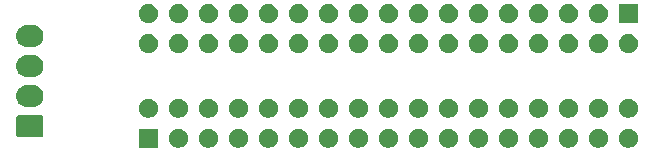
<source format=gbr>
G04 #@! TF.GenerationSoftware,KiCad,Pcbnew,(5.1.5-0-10_14)*
G04 #@! TF.CreationDate,2020-03-21T12:38:00+11:00*
G04 #@! TF.ProjectId,Internal FDD Adapter,496e7465-726e-4616-9c20-464444204164,rev?*
G04 #@! TF.SameCoordinates,Original*
G04 #@! TF.FileFunction,Soldermask,Top*
G04 #@! TF.FilePolarity,Negative*
%FSLAX46Y46*%
G04 Gerber Fmt 4.6, Leading zero omitted, Abs format (unit mm)*
G04 Created by KiCad (PCBNEW (5.1.5-0-10_14)) date 2020-03-21 12:38:00*
%MOMM*%
%LPD*%
G04 APERTURE LIST*
%ADD10C,0.100000*%
G04 APERTURE END LIST*
D10*
G36*
X93074142Y-45700242D02*
G01*
X93222101Y-45761529D01*
X93355255Y-45850499D01*
X93468501Y-45963745D01*
X93557471Y-46096899D01*
X93618758Y-46244858D01*
X93650000Y-46401925D01*
X93650000Y-46562075D01*
X93618758Y-46719142D01*
X93557471Y-46867101D01*
X93468501Y-47000255D01*
X93355255Y-47113501D01*
X93222101Y-47202471D01*
X93074142Y-47263758D01*
X92917075Y-47295000D01*
X92756925Y-47295000D01*
X92599858Y-47263758D01*
X92451899Y-47202471D01*
X92318745Y-47113501D01*
X92205499Y-47000255D01*
X92116529Y-46867101D01*
X92055242Y-46719142D01*
X92024000Y-46562075D01*
X92024000Y-46401925D01*
X92055242Y-46244858D01*
X92116529Y-46096899D01*
X92205499Y-45963745D01*
X92318745Y-45850499D01*
X92451899Y-45761529D01*
X92599858Y-45700242D01*
X92756925Y-45669000D01*
X92917075Y-45669000D01*
X93074142Y-45700242D01*
G37*
G36*
X90534142Y-45700242D02*
G01*
X90682101Y-45761529D01*
X90815255Y-45850499D01*
X90928501Y-45963745D01*
X91017471Y-46096899D01*
X91078758Y-46244858D01*
X91110000Y-46401925D01*
X91110000Y-46562075D01*
X91078758Y-46719142D01*
X91017471Y-46867101D01*
X90928501Y-47000255D01*
X90815255Y-47113501D01*
X90682101Y-47202471D01*
X90534142Y-47263758D01*
X90377075Y-47295000D01*
X90216925Y-47295000D01*
X90059858Y-47263758D01*
X89911899Y-47202471D01*
X89778745Y-47113501D01*
X89665499Y-47000255D01*
X89576529Y-46867101D01*
X89515242Y-46719142D01*
X89484000Y-46562075D01*
X89484000Y-46401925D01*
X89515242Y-46244858D01*
X89576529Y-46096899D01*
X89665499Y-45963745D01*
X89778745Y-45850499D01*
X89911899Y-45761529D01*
X90059858Y-45700242D01*
X90216925Y-45669000D01*
X90377075Y-45669000D01*
X90534142Y-45700242D01*
G37*
G36*
X87994142Y-45700242D02*
G01*
X88142101Y-45761529D01*
X88275255Y-45850499D01*
X88388501Y-45963745D01*
X88477471Y-46096899D01*
X88538758Y-46244858D01*
X88570000Y-46401925D01*
X88570000Y-46562075D01*
X88538758Y-46719142D01*
X88477471Y-46867101D01*
X88388501Y-47000255D01*
X88275255Y-47113501D01*
X88142101Y-47202471D01*
X87994142Y-47263758D01*
X87837075Y-47295000D01*
X87676925Y-47295000D01*
X87519858Y-47263758D01*
X87371899Y-47202471D01*
X87238745Y-47113501D01*
X87125499Y-47000255D01*
X87036529Y-46867101D01*
X86975242Y-46719142D01*
X86944000Y-46562075D01*
X86944000Y-46401925D01*
X86975242Y-46244858D01*
X87036529Y-46096899D01*
X87125499Y-45963745D01*
X87238745Y-45850499D01*
X87371899Y-45761529D01*
X87519858Y-45700242D01*
X87676925Y-45669000D01*
X87837075Y-45669000D01*
X87994142Y-45700242D01*
G37*
G36*
X85454142Y-45700242D02*
G01*
X85602101Y-45761529D01*
X85735255Y-45850499D01*
X85848501Y-45963745D01*
X85937471Y-46096899D01*
X85998758Y-46244858D01*
X86030000Y-46401925D01*
X86030000Y-46562075D01*
X85998758Y-46719142D01*
X85937471Y-46867101D01*
X85848501Y-47000255D01*
X85735255Y-47113501D01*
X85602101Y-47202471D01*
X85454142Y-47263758D01*
X85297075Y-47295000D01*
X85136925Y-47295000D01*
X84979858Y-47263758D01*
X84831899Y-47202471D01*
X84698745Y-47113501D01*
X84585499Y-47000255D01*
X84496529Y-46867101D01*
X84435242Y-46719142D01*
X84404000Y-46562075D01*
X84404000Y-46401925D01*
X84435242Y-46244858D01*
X84496529Y-46096899D01*
X84585499Y-45963745D01*
X84698745Y-45850499D01*
X84831899Y-45761529D01*
X84979858Y-45700242D01*
X85136925Y-45669000D01*
X85297075Y-45669000D01*
X85454142Y-45700242D01*
G37*
G36*
X82914142Y-45700242D02*
G01*
X83062101Y-45761529D01*
X83195255Y-45850499D01*
X83308501Y-45963745D01*
X83397471Y-46096899D01*
X83458758Y-46244858D01*
X83490000Y-46401925D01*
X83490000Y-46562075D01*
X83458758Y-46719142D01*
X83397471Y-46867101D01*
X83308501Y-47000255D01*
X83195255Y-47113501D01*
X83062101Y-47202471D01*
X82914142Y-47263758D01*
X82757075Y-47295000D01*
X82596925Y-47295000D01*
X82439858Y-47263758D01*
X82291899Y-47202471D01*
X82158745Y-47113501D01*
X82045499Y-47000255D01*
X81956529Y-46867101D01*
X81895242Y-46719142D01*
X81864000Y-46562075D01*
X81864000Y-46401925D01*
X81895242Y-46244858D01*
X81956529Y-46096899D01*
X82045499Y-45963745D01*
X82158745Y-45850499D01*
X82291899Y-45761529D01*
X82439858Y-45700242D01*
X82596925Y-45669000D01*
X82757075Y-45669000D01*
X82914142Y-45700242D01*
G37*
G36*
X80374142Y-45700242D02*
G01*
X80522101Y-45761529D01*
X80655255Y-45850499D01*
X80768501Y-45963745D01*
X80857471Y-46096899D01*
X80918758Y-46244858D01*
X80950000Y-46401925D01*
X80950000Y-46562075D01*
X80918758Y-46719142D01*
X80857471Y-46867101D01*
X80768501Y-47000255D01*
X80655255Y-47113501D01*
X80522101Y-47202471D01*
X80374142Y-47263758D01*
X80217075Y-47295000D01*
X80056925Y-47295000D01*
X79899858Y-47263758D01*
X79751899Y-47202471D01*
X79618745Y-47113501D01*
X79505499Y-47000255D01*
X79416529Y-46867101D01*
X79355242Y-46719142D01*
X79324000Y-46562075D01*
X79324000Y-46401925D01*
X79355242Y-46244858D01*
X79416529Y-46096899D01*
X79505499Y-45963745D01*
X79618745Y-45850499D01*
X79751899Y-45761529D01*
X79899858Y-45700242D01*
X80056925Y-45669000D01*
X80217075Y-45669000D01*
X80374142Y-45700242D01*
G37*
G36*
X77834142Y-45700242D02*
G01*
X77982101Y-45761529D01*
X78115255Y-45850499D01*
X78228501Y-45963745D01*
X78317471Y-46096899D01*
X78378758Y-46244858D01*
X78410000Y-46401925D01*
X78410000Y-46562075D01*
X78378758Y-46719142D01*
X78317471Y-46867101D01*
X78228501Y-47000255D01*
X78115255Y-47113501D01*
X77982101Y-47202471D01*
X77834142Y-47263758D01*
X77677075Y-47295000D01*
X77516925Y-47295000D01*
X77359858Y-47263758D01*
X77211899Y-47202471D01*
X77078745Y-47113501D01*
X76965499Y-47000255D01*
X76876529Y-46867101D01*
X76815242Y-46719142D01*
X76784000Y-46562075D01*
X76784000Y-46401925D01*
X76815242Y-46244858D01*
X76876529Y-46096899D01*
X76965499Y-45963745D01*
X77078745Y-45850499D01*
X77211899Y-45761529D01*
X77359858Y-45700242D01*
X77516925Y-45669000D01*
X77677075Y-45669000D01*
X77834142Y-45700242D01*
G37*
G36*
X75294142Y-45700242D02*
G01*
X75442101Y-45761529D01*
X75575255Y-45850499D01*
X75688501Y-45963745D01*
X75777471Y-46096899D01*
X75838758Y-46244858D01*
X75870000Y-46401925D01*
X75870000Y-46562075D01*
X75838758Y-46719142D01*
X75777471Y-46867101D01*
X75688501Y-47000255D01*
X75575255Y-47113501D01*
X75442101Y-47202471D01*
X75294142Y-47263758D01*
X75137075Y-47295000D01*
X74976925Y-47295000D01*
X74819858Y-47263758D01*
X74671899Y-47202471D01*
X74538745Y-47113501D01*
X74425499Y-47000255D01*
X74336529Y-46867101D01*
X74275242Y-46719142D01*
X74244000Y-46562075D01*
X74244000Y-46401925D01*
X74275242Y-46244858D01*
X74336529Y-46096899D01*
X74425499Y-45963745D01*
X74538745Y-45850499D01*
X74671899Y-45761529D01*
X74819858Y-45700242D01*
X74976925Y-45669000D01*
X75137075Y-45669000D01*
X75294142Y-45700242D01*
G37*
G36*
X72754142Y-45700242D02*
G01*
X72902101Y-45761529D01*
X73035255Y-45850499D01*
X73148501Y-45963745D01*
X73237471Y-46096899D01*
X73298758Y-46244858D01*
X73330000Y-46401925D01*
X73330000Y-46562075D01*
X73298758Y-46719142D01*
X73237471Y-46867101D01*
X73148501Y-47000255D01*
X73035255Y-47113501D01*
X72902101Y-47202471D01*
X72754142Y-47263758D01*
X72597075Y-47295000D01*
X72436925Y-47295000D01*
X72279858Y-47263758D01*
X72131899Y-47202471D01*
X71998745Y-47113501D01*
X71885499Y-47000255D01*
X71796529Y-46867101D01*
X71735242Y-46719142D01*
X71704000Y-46562075D01*
X71704000Y-46401925D01*
X71735242Y-46244858D01*
X71796529Y-46096899D01*
X71885499Y-45963745D01*
X71998745Y-45850499D01*
X72131899Y-45761529D01*
X72279858Y-45700242D01*
X72436925Y-45669000D01*
X72597075Y-45669000D01*
X72754142Y-45700242D01*
G37*
G36*
X70214142Y-45700242D02*
G01*
X70362101Y-45761529D01*
X70495255Y-45850499D01*
X70608501Y-45963745D01*
X70697471Y-46096899D01*
X70758758Y-46244858D01*
X70790000Y-46401925D01*
X70790000Y-46562075D01*
X70758758Y-46719142D01*
X70697471Y-46867101D01*
X70608501Y-47000255D01*
X70495255Y-47113501D01*
X70362101Y-47202471D01*
X70214142Y-47263758D01*
X70057075Y-47295000D01*
X69896925Y-47295000D01*
X69739858Y-47263758D01*
X69591899Y-47202471D01*
X69458745Y-47113501D01*
X69345499Y-47000255D01*
X69256529Y-46867101D01*
X69195242Y-46719142D01*
X69164000Y-46562075D01*
X69164000Y-46401925D01*
X69195242Y-46244858D01*
X69256529Y-46096899D01*
X69345499Y-45963745D01*
X69458745Y-45850499D01*
X69591899Y-45761529D01*
X69739858Y-45700242D01*
X69896925Y-45669000D01*
X70057075Y-45669000D01*
X70214142Y-45700242D01*
G37*
G36*
X67674142Y-45700242D02*
G01*
X67822101Y-45761529D01*
X67955255Y-45850499D01*
X68068501Y-45963745D01*
X68157471Y-46096899D01*
X68218758Y-46244858D01*
X68250000Y-46401925D01*
X68250000Y-46562075D01*
X68218758Y-46719142D01*
X68157471Y-46867101D01*
X68068501Y-47000255D01*
X67955255Y-47113501D01*
X67822101Y-47202471D01*
X67674142Y-47263758D01*
X67517075Y-47295000D01*
X67356925Y-47295000D01*
X67199858Y-47263758D01*
X67051899Y-47202471D01*
X66918745Y-47113501D01*
X66805499Y-47000255D01*
X66716529Y-46867101D01*
X66655242Y-46719142D01*
X66624000Y-46562075D01*
X66624000Y-46401925D01*
X66655242Y-46244858D01*
X66716529Y-46096899D01*
X66805499Y-45963745D01*
X66918745Y-45850499D01*
X67051899Y-45761529D01*
X67199858Y-45700242D01*
X67356925Y-45669000D01*
X67517075Y-45669000D01*
X67674142Y-45700242D01*
G37*
G36*
X65134142Y-45700242D02*
G01*
X65282101Y-45761529D01*
X65415255Y-45850499D01*
X65528501Y-45963745D01*
X65617471Y-46096899D01*
X65678758Y-46244858D01*
X65710000Y-46401925D01*
X65710000Y-46562075D01*
X65678758Y-46719142D01*
X65617471Y-46867101D01*
X65528501Y-47000255D01*
X65415255Y-47113501D01*
X65282101Y-47202471D01*
X65134142Y-47263758D01*
X64977075Y-47295000D01*
X64816925Y-47295000D01*
X64659858Y-47263758D01*
X64511899Y-47202471D01*
X64378745Y-47113501D01*
X64265499Y-47000255D01*
X64176529Y-46867101D01*
X64115242Y-46719142D01*
X64084000Y-46562075D01*
X64084000Y-46401925D01*
X64115242Y-46244858D01*
X64176529Y-46096899D01*
X64265499Y-45963745D01*
X64378745Y-45850499D01*
X64511899Y-45761529D01*
X64659858Y-45700242D01*
X64816925Y-45669000D01*
X64977075Y-45669000D01*
X65134142Y-45700242D01*
G37*
G36*
X62594142Y-45700242D02*
G01*
X62742101Y-45761529D01*
X62875255Y-45850499D01*
X62988501Y-45963745D01*
X63077471Y-46096899D01*
X63138758Y-46244858D01*
X63170000Y-46401925D01*
X63170000Y-46562075D01*
X63138758Y-46719142D01*
X63077471Y-46867101D01*
X62988501Y-47000255D01*
X62875255Y-47113501D01*
X62742101Y-47202471D01*
X62594142Y-47263758D01*
X62437075Y-47295000D01*
X62276925Y-47295000D01*
X62119858Y-47263758D01*
X61971899Y-47202471D01*
X61838745Y-47113501D01*
X61725499Y-47000255D01*
X61636529Y-46867101D01*
X61575242Y-46719142D01*
X61544000Y-46562075D01*
X61544000Y-46401925D01*
X61575242Y-46244858D01*
X61636529Y-46096899D01*
X61725499Y-45963745D01*
X61838745Y-45850499D01*
X61971899Y-45761529D01*
X62119858Y-45700242D01*
X62276925Y-45669000D01*
X62437075Y-45669000D01*
X62594142Y-45700242D01*
G37*
G36*
X60054142Y-45700242D02*
G01*
X60202101Y-45761529D01*
X60335255Y-45850499D01*
X60448501Y-45963745D01*
X60537471Y-46096899D01*
X60598758Y-46244858D01*
X60630000Y-46401925D01*
X60630000Y-46562075D01*
X60598758Y-46719142D01*
X60537471Y-46867101D01*
X60448501Y-47000255D01*
X60335255Y-47113501D01*
X60202101Y-47202471D01*
X60054142Y-47263758D01*
X59897075Y-47295000D01*
X59736925Y-47295000D01*
X59579858Y-47263758D01*
X59431899Y-47202471D01*
X59298745Y-47113501D01*
X59185499Y-47000255D01*
X59096529Y-46867101D01*
X59035242Y-46719142D01*
X59004000Y-46562075D01*
X59004000Y-46401925D01*
X59035242Y-46244858D01*
X59096529Y-46096899D01*
X59185499Y-45963745D01*
X59298745Y-45850499D01*
X59431899Y-45761529D01*
X59579858Y-45700242D01*
X59736925Y-45669000D01*
X59897075Y-45669000D01*
X60054142Y-45700242D01*
G37*
G36*
X57514142Y-45700242D02*
G01*
X57662101Y-45761529D01*
X57795255Y-45850499D01*
X57908501Y-45963745D01*
X57997471Y-46096899D01*
X58058758Y-46244858D01*
X58090000Y-46401925D01*
X58090000Y-46562075D01*
X58058758Y-46719142D01*
X57997471Y-46867101D01*
X57908501Y-47000255D01*
X57795255Y-47113501D01*
X57662101Y-47202471D01*
X57514142Y-47263758D01*
X57357075Y-47295000D01*
X57196925Y-47295000D01*
X57039858Y-47263758D01*
X56891899Y-47202471D01*
X56758745Y-47113501D01*
X56645499Y-47000255D01*
X56556529Y-46867101D01*
X56495242Y-46719142D01*
X56464000Y-46562075D01*
X56464000Y-46401925D01*
X56495242Y-46244858D01*
X56556529Y-46096899D01*
X56645499Y-45963745D01*
X56758745Y-45850499D01*
X56891899Y-45761529D01*
X57039858Y-45700242D01*
X57196925Y-45669000D01*
X57357075Y-45669000D01*
X57514142Y-45700242D01*
G37*
G36*
X54974142Y-45700242D02*
G01*
X55122101Y-45761529D01*
X55255255Y-45850499D01*
X55368501Y-45963745D01*
X55457471Y-46096899D01*
X55518758Y-46244858D01*
X55550000Y-46401925D01*
X55550000Y-46562075D01*
X55518758Y-46719142D01*
X55457471Y-46867101D01*
X55368501Y-47000255D01*
X55255255Y-47113501D01*
X55122101Y-47202471D01*
X54974142Y-47263758D01*
X54817075Y-47295000D01*
X54656925Y-47295000D01*
X54499858Y-47263758D01*
X54351899Y-47202471D01*
X54218745Y-47113501D01*
X54105499Y-47000255D01*
X54016529Y-46867101D01*
X53955242Y-46719142D01*
X53924000Y-46562075D01*
X53924000Y-46401925D01*
X53955242Y-46244858D01*
X54016529Y-46096899D01*
X54105499Y-45963745D01*
X54218745Y-45850499D01*
X54351899Y-45761529D01*
X54499858Y-45700242D01*
X54656925Y-45669000D01*
X54817075Y-45669000D01*
X54974142Y-45700242D01*
G37*
G36*
X53010000Y-47295000D02*
G01*
X51384000Y-47295000D01*
X51384000Y-45669000D01*
X53010000Y-45669000D01*
X53010000Y-47295000D01*
G37*
G36*
X43173561Y-44548966D02*
G01*
X43206383Y-44558923D01*
X43236632Y-44575092D01*
X43263148Y-44596852D01*
X43284908Y-44623368D01*
X43301077Y-44653617D01*
X43311034Y-44686439D01*
X43315000Y-44726713D01*
X43315000Y-46205287D01*
X43311034Y-46245561D01*
X43301077Y-46278383D01*
X43284908Y-46308632D01*
X43263148Y-46335148D01*
X43236632Y-46356908D01*
X43206383Y-46373077D01*
X43173561Y-46383034D01*
X43133287Y-46387000D01*
X41194713Y-46387000D01*
X41154439Y-46383034D01*
X41121617Y-46373077D01*
X41091368Y-46356908D01*
X41064852Y-46335148D01*
X41043092Y-46308632D01*
X41026923Y-46278383D01*
X41016966Y-46245561D01*
X41013000Y-46205287D01*
X41013000Y-44726713D01*
X41016966Y-44686439D01*
X41026923Y-44653617D01*
X41043092Y-44623368D01*
X41064852Y-44596852D01*
X41091368Y-44575092D01*
X41121617Y-44558923D01*
X41154439Y-44548966D01*
X41194713Y-44545000D01*
X43133287Y-44545000D01*
X43173561Y-44548966D01*
G37*
G36*
X62594142Y-43160242D02*
G01*
X62742101Y-43221529D01*
X62875255Y-43310499D01*
X62988501Y-43423745D01*
X63077471Y-43556899D01*
X63138758Y-43704858D01*
X63170000Y-43861925D01*
X63170000Y-44022075D01*
X63138758Y-44179142D01*
X63077471Y-44327101D01*
X62988501Y-44460255D01*
X62875255Y-44573501D01*
X62742101Y-44662471D01*
X62594142Y-44723758D01*
X62437075Y-44755000D01*
X62276925Y-44755000D01*
X62119858Y-44723758D01*
X61971899Y-44662471D01*
X61838745Y-44573501D01*
X61725499Y-44460255D01*
X61636529Y-44327101D01*
X61575242Y-44179142D01*
X61544000Y-44022075D01*
X61544000Y-43861925D01*
X61575242Y-43704858D01*
X61636529Y-43556899D01*
X61725499Y-43423745D01*
X61838745Y-43310499D01*
X61971899Y-43221529D01*
X62119858Y-43160242D01*
X62276925Y-43129000D01*
X62437075Y-43129000D01*
X62594142Y-43160242D01*
G37*
G36*
X70214142Y-43160242D02*
G01*
X70362101Y-43221529D01*
X70495255Y-43310499D01*
X70608501Y-43423745D01*
X70697471Y-43556899D01*
X70758758Y-43704858D01*
X70790000Y-43861925D01*
X70790000Y-44022075D01*
X70758758Y-44179142D01*
X70697471Y-44327101D01*
X70608501Y-44460255D01*
X70495255Y-44573501D01*
X70362101Y-44662471D01*
X70214142Y-44723758D01*
X70057075Y-44755000D01*
X69896925Y-44755000D01*
X69739858Y-44723758D01*
X69591899Y-44662471D01*
X69458745Y-44573501D01*
X69345499Y-44460255D01*
X69256529Y-44327101D01*
X69195242Y-44179142D01*
X69164000Y-44022075D01*
X69164000Y-43861925D01*
X69195242Y-43704858D01*
X69256529Y-43556899D01*
X69345499Y-43423745D01*
X69458745Y-43310499D01*
X69591899Y-43221529D01*
X69739858Y-43160242D01*
X69896925Y-43129000D01*
X70057075Y-43129000D01*
X70214142Y-43160242D01*
G37*
G36*
X52434142Y-43160242D02*
G01*
X52582101Y-43221529D01*
X52715255Y-43310499D01*
X52828501Y-43423745D01*
X52917471Y-43556899D01*
X52978758Y-43704858D01*
X53010000Y-43861925D01*
X53010000Y-44022075D01*
X52978758Y-44179142D01*
X52917471Y-44327101D01*
X52828501Y-44460255D01*
X52715255Y-44573501D01*
X52582101Y-44662471D01*
X52434142Y-44723758D01*
X52277075Y-44755000D01*
X52116925Y-44755000D01*
X51959858Y-44723758D01*
X51811899Y-44662471D01*
X51678745Y-44573501D01*
X51565499Y-44460255D01*
X51476529Y-44327101D01*
X51415242Y-44179142D01*
X51384000Y-44022075D01*
X51384000Y-43861925D01*
X51415242Y-43704858D01*
X51476529Y-43556899D01*
X51565499Y-43423745D01*
X51678745Y-43310499D01*
X51811899Y-43221529D01*
X51959858Y-43160242D01*
X52116925Y-43129000D01*
X52277075Y-43129000D01*
X52434142Y-43160242D01*
G37*
G36*
X72754142Y-43160242D02*
G01*
X72902101Y-43221529D01*
X73035255Y-43310499D01*
X73148501Y-43423745D01*
X73237471Y-43556899D01*
X73298758Y-43704858D01*
X73330000Y-43861925D01*
X73330000Y-44022075D01*
X73298758Y-44179142D01*
X73237471Y-44327101D01*
X73148501Y-44460255D01*
X73035255Y-44573501D01*
X72902101Y-44662471D01*
X72754142Y-44723758D01*
X72597075Y-44755000D01*
X72436925Y-44755000D01*
X72279858Y-44723758D01*
X72131899Y-44662471D01*
X71998745Y-44573501D01*
X71885499Y-44460255D01*
X71796529Y-44327101D01*
X71735242Y-44179142D01*
X71704000Y-44022075D01*
X71704000Y-43861925D01*
X71735242Y-43704858D01*
X71796529Y-43556899D01*
X71885499Y-43423745D01*
X71998745Y-43310499D01*
X72131899Y-43221529D01*
X72279858Y-43160242D01*
X72436925Y-43129000D01*
X72597075Y-43129000D01*
X72754142Y-43160242D01*
G37*
G36*
X54974142Y-43160242D02*
G01*
X55122101Y-43221529D01*
X55255255Y-43310499D01*
X55368501Y-43423745D01*
X55457471Y-43556899D01*
X55518758Y-43704858D01*
X55550000Y-43861925D01*
X55550000Y-44022075D01*
X55518758Y-44179142D01*
X55457471Y-44327101D01*
X55368501Y-44460255D01*
X55255255Y-44573501D01*
X55122101Y-44662471D01*
X54974142Y-44723758D01*
X54817075Y-44755000D01*
X54656925Y-44755000D01*
X54499858Y-44723758D01*
X54351899Y-44662471D01*
X54218745Y-44573501D01*
X54105499Y-44460255D01*
X54016529Y-44327101D01*
X53955242Y-44179142D01*
X53924000Y-44022075D01*
X53924000Y-43861925D01*
X53955242Y-43704858D01*
X54016529Y-43556899D01*
X54105499Y-43423745D01*
X54218745Y-43310499D01*
X54351899Y-43221529D01*
X54499858Y-43160242D01*
X54656925Y-43129000D01*
X54817075Y-43129000D01*
X54974142Y-43160242D01*
G37*
G36*
X93074142Y-43160242D02*
G01*
X93222101Y-43221529D01*
X93355255Y-43310499D01*
X93468501Y-43423745D01*
X93557471Y-43556899D01*
X93618758Y-43704858D01*
X93650000Y-43861925D01*
X93650000Y-44022075D01*
X93618758Y-44179142D01*
X93557471Y-44327101D01*
X93468501Y-44460255D01*
X93355255Y-44573501D01*
X93222101Y-44662471D01*
X93074142Y-44723758D01*
X92917075Y-44755000D01*
X92756925Y-44755000D01*
X92599858Y-44723758D01*
X92451899Y-44662471D01*
X92318745Y-44573501D01*
X92205499Y-44460255D01*
X92116529Y-44327101D01*
X92055242Y-44179142D01*
X92024000Y-44022075D01*
X92024000Y-43861925D01*
X92055242Y-43704858D01*
X92116529Y-43556899D01*
X92205499Y-43423745D01*
X92318745Y-43310499D01*
X92451899Y-43221529D01*
X92599858Y-43160242D01*
X92756925Y-43129000D01*
X92917075Y-43129000D01*
X93074142Y-43160242D01*
G37*
G36*
X57514142Y-43160242D02*
G01*
X57662101Y-43221529D01*
X57795255Y-43310499D01*
X57908501Y-43423745D01*
X57997471Y-43556899D01*
X58058758Y-43704858D01*
X58090000Y-43861925D01*
X58090000Y-44022075D01*
X58058758Y-44179142D01*
X57997471Y-44327101D01*
X57908501Y-44460255D01*
X57795255Y-44573501D01*
X57662101Y-44662471D01*
X57514142Y-44723758D01*
X57357075Y-44755000D01*
X57196925Y-44755000D01*
X57039858Y-44723758D01*
X56891899Y-44662471D01*
X56758745Y-44573501D01*
X56645499Y-44460255D01*
X56556529Y-44327101D01*
X56495242Y-44179142D01*
X56464000Y-44022075D01*
X56464000Y-43861925D01*
X56495242Y-43704858D01*
X56556529Y-43556899D01*
X56645499Y-43423745D01*
X56758745Y-43310499D01*
X56891899Y-43221529D01*
X57039858Y-43160242D01*
X57196925Y-43129000D01*
X57357075Y-43129000D01*
X57514142Y-43160242D01*
G37*
G36*
X90534142Y-43160242D02*
G01*
X90682101Y-43221529D01*
X90815255Y-43310499D01*
X90928501Y-43423745D01*
X91017471Y-43556899D01*
X91078758Y-43704858D01*
X91110000Y-43861925D01*
X91110000Y-44022075D01*
X91078758Y-44179142D01*
X91017471Y-44327101D01*
X90928501Y-44460255D01*
X90815255Y-44573501D01*
X90682101Y-44662471D01*
X90534142Y-44723758D01*
X90377075Y-44755000D01*
X90216925Y-44755000D01*
X90059858Y-44723758D01*
X89911899Y-44662471D01*
X89778745Y-44573501D01*
X89665499Y-44460255D01*
X89576529Y-44327101D01*
X89515242Y-44179142D01*
X89484000Y-44022075D01*
X89484000Y-43861925D01*
X89515242Y-43704858D01*
X89576529Y-43556899D01*
X89665499Y-43423745D01*
X89778745Y-43310499D01*
X89911899Y-43221529D01*
X90059858Y-43160242D01*
X90216925Y-43129000D01*
X90377075Y-43129000D01*
X90534142Y-43160242D01*
G37*
G36*
X60054142Y-43160242D02*
G01*
X60202101Y-43221529D01*
X60335255Y-43310499D01*
X60448501Y-43423745D01*
X60537471Y-43556899D01*
X60598758Y-43704858D01*
X60630000Y-43861925D01*
X60630000Y-44022075D01*
X60598758Y-44179142D01*
X60537471Y-44327101D01*
X60448501Y-44460255D01*
X60335255Y-44573501D01*
X60202101Y-44662471D01*
X60054142Y-44723758D01*
X59897075Y-44755000D01*
X59736925Y-44755000D01*
X59579858Y-44723758D01*
X59431899Y-44662471D01*
X59298745Y-44573501D01*
X59185499Y-44460255D01*
X59096529Y-44327101D01*
X59035242Y-44179142D01*
X59004000Y-44022075D01*
X59004000Y-43861925D01*
X59035242Y-43704858D01*
X59096529Y-43556899D01*
X59185499Y-43423745D01*
X59298745Y-43310499D01*
X59431899Y-43221529D01*
X59579858Y-43160242D01*
X59736925Y-43129000D01*
X59897075Y-43129000D01*
X60054142Y-43160242D01*
G37*
G36*
X87994142Y-43160242D02*
G01*
X88142101Y-43221529D01*
X88275255Y-43310499D01*
X88388501Y-43423745D01*
X88477471Y-43556899D01*
X88538758Y-43704858D01*
X88570000Y-43861925D01*
X88570000Y-44022075D01*
X88538758Y-44179142D01*
X88477471Y-44327101D01*
X88388501Y-44460255D01*
X88275255Y-44573501D01*
X88142101Y-44662471D01*
X87994142Y-44723758D01*
X87837075Y-44755000D01*
X87676925Y-44755000D01*
X87519858Y-44723758D01*
X87371899Y-44662471D01*
X87238745Y-44573501D01*
X87125499Y-44460255D01*
X87036529Y-44327101D01*
X86975242Y-44179142D01*
X86944000Y-44022075D01*
X86944000Y-43861925D01*
X86975242Y-43704858D01*
X87036529Y-43556899D01*
X87125499Y-43423745D01*
X87238745Y-43310499D01*
X87371899Y-43221529D01*
X87519858Y-43160242D01*
X87676925Y-43129000D01*
X87837075Y-43129000D01*
X87994142Y-43160242D01*
G37*
G36*
X65134142Y-43160242D02*
G01*
X65282101Y-43221529D01*
X65415255Y-43310499D01*
X65528501Y-43423745D01*
X65617471Y-43556899D01*
X65678758Y-43704858D01*
X65710000Y-43861925D01*
X65710000Y-44022075D01*
X65678758Y-44179142D01*
X65617471Y-44327101D01*
X65528501Y-44460255D01*
X65415255Y-44573501D01*
X65282101Y-44662471D01*
X65134142Y-44723758D01*
X64977075Y-44755000D01*
X64816925Y-44755000D01*
X64659858Y-44723758D01*
X64511899Y-44662471D01*
X64378745Y-44573501D01*
X64265499Y-44460255D01*
X64176529Y-44327101D01*
X64115242Y-44179142D01*
X64084000Y-44022075D01*
X64084000Y-43861925D01*
X64115242Y-43704858D01*
X64176529Y-43556899D01*
X64265499Y-43423745D01*
X64378745Y-43310499D01*
X64511899Y-43221529D01*
X64659858Y-43160242D01*
X64816925Y-43129000D01*
X64977075Y-43129000D01*
X65134142Y-43160242D01*
G37*
G36*
X85454142Y-43160242D02*
G01*
X85602101Y-43221529D01*
X85735255Y-43310499D01*
X85848501Y-43423745D01*
X85937471Y-43556899D01*
X85998758Y-43704858D01*
X86030000Y-43861925D01*
X86030000Y-44022075D01*
X85998758Y-44179142D01*
X85937471Y-44327101D01*
X85848501Y-44460255D01*
X85735255Y-44573501D01*
X85602101Y-44662471D01*
X85454142Y-44723758D01*
X85297075Y-44755000D01*
X85136925Y-44755000D01*
X84979858Y-44723758D01*
X84831899Y-44662471D01*
X84698745Y-44573501D01*
X84585499Y-44460255D01*
X84496529Y-44327101D01*
X84435242Y-44179142D01*
X84404000Y-44022075D01*
X84404000Y-43861925D01*
X84435242Y-43704858D01*
X84496529Y-43556899D01*
X84585499Y-43423745D01*
X84698745Y-43310499D01*
X84831899Y-43221529D01*
X84979858Y-43160242D01*
X85136925Y-43129000D01*
X85297075Y-43129000D01*
X85454142Y-43160242D01*
G37*
G36*
X67674142Y-43160242D02*
G01*
X67822101Y-43221529D01*
X67955255Y-43310499D01*
X68068501Y-43423745D01*
X68157471Y-43556899D01*
X68218758Y-43704858D01*
X68250000Y-43861925D01*
X68250000Y-44022075D01*
X68218758Y-44179142D01*
X68157471Y-44327101D01*
X68068501Y-44460255D01*
X67955255Y-44573501D01*
X67822101Y-44662471D01*
X67674142Y-44723758D01*
X67517075Y-44755000D01*
X67356925Y-44755000D01*
X67199858Y-44723758D01*
X67051899Y-44662471D01*
X66918745Y-44573501D01*
X66805499Y-44460255D01*
X66716529Y-44327101D01*
X66655242Y-44179142D01*
X66624000Y-44022075D01*
X66624000Y-43861925D01*
X66655242Y-43704858D01*
X66716529Y-43556899D01*
X66805499Y-43423745D01*
X66918745Y-43310499D01*
X67051899Y-43221529D01*
X67199858Y-43160242D01*
X67356925Y-43129000D01*
X67517075Y-43129000D01*
X67674142Y-43160242D01*
G37*
G36*
X82914142Y-43160242D02*
G01*
X83062101Y-43221529D01*
X83195255Y-43310499D01*
X83308501Y-43423745D01*
X83397471Y-43556899D01*
X83458758Y-43704858D01*
X83490000Y-43861925D01*
X83490000Y-44022075D01*
X83458758Y-44179142D01*
X83397471Y-44327101D01*
X83308501Y-44460255D01*
X83195255Y-44573501D01*
X83062101Y-44662471D01*
X82914142Y-44723758D01*
X82757075Y-44755000D01*
X82596925Y-44755000D01*
X82439858Y-44723758D01*
X82291899Y-44662471D01*
X82158745Y-44573501D01*
X82045499Y-44460255D01*
X81956529Y-44327101D01*
X81895242Y-44179142D01*
X81864000Y-44022075D01*
X81864000Y-43861925D01*
X81895242Y-43704858D01*
X81956529Y-43556899D01*
X82045499Y-43423745D01*
X82158745Y-43310499D01*
X82291899Y-43221529D01*
X82439858Y-43160242D01*
X82596925Y-43129000D01*
X82757075Y-43129000D01*
X82914142Y-43160242D01*
G37*
G36*
X80374142Y-43160242D02*
G01*
X80522101Y-43221529D01*
X80655255Y-43310499D01*
X80768501Y-43423745D01*
X80857471Y-43556899D01*
X80918758Y-43704858D01*
X80950000Y-43861925D01*
X80950000Y-44022075D01*
X80918758Y-44179142D01*
X80857471Y-44327101D01*
X80768501Y-44460255D01*
X80655255Y-44573501D01*
X80522101Y-44662471D01*
X80374142Y-44723758D01*
X80217075Y-44755000D01*
X80056925Y-44755000D01*
X79899858Y-44723758D01*
X79751899Y-44662471D01*
X79618745Y-44573501D01*
X79505499Y-44460255D01*
X79416529Y-44327101D01*
X79355242Y-44179142D01*
X79324000Y-44022075D01*
X79324000Y-43861925D01*
X79355242Y-43704858D01*
X79416529Y-43556899D01*
X79505499Y-43423745D01*
X79618745Y-43310499D01*
X79751899Y-43221529D01*
X79899858Y-43160242D01*
X80056925Y-43129000D01*
X80217075Y-43129000D01*
X80374142Y-43160242D01*
G37*
G36*
X77834142Y-43160242D02*
G01*
X77982101Y-43221529D01*
X78115255Y-43310499D01*
X78228501Y-43423745D01*
X78317471Y-43556899D01*
X78378758Y-43704858D01*
X78410000Y-43861925D01*
X78410000Y-44022075D01*
X78378758Y-44179142D01*
X78317471Y-44327101D01*
X78228501Y-44460255D01*
X78115255Y-44573501D01*
X77982101Y-44662471D01*
X77834142Y-44723758D01*
X77677075Y-44755000D01*
X77516925Y-44755000D01*
X77359858Y-44723758D01*
X77211899Y-44662471D01*
X77078745Y-44573501D01*
X76965499Y-44460255D01*
X76876529Y-44327101D01*
X76815242Y-44179142D01*
X76784000Y-44022075D01*
X76784000Y-43861925D01*
X76815242Y-43704858D01*
X76876529Y-43556899D01*
X76965499Y-43423745D01*
X77078745Y-43310499D01*
X77211899Y-43221529D01*
X77359858Y-43160242D01*
X77516925Y-43129000D01*
X77677075Y-43129000D01*
X77834142Y-43160242D01*
G37*
G36*
X75294142Y-43160242D02*
G01*
X75442101Y-43221529D01*
X75575255Y-43310499D01*
X75688501Y-43423745D01*
X75777471Y-43556899D01*
X75838758Y-43704858D01*
X75870000Y-43861925D01*
X75870000Y-44022075D01*
X75838758Y-44179142D01*
X75777471Y-44327101D01*
X75688501Y-44460255D01*
X75575255Y-44573501D01*
X75442101Y-44662471D01*
X75294142Y-44723758D01*
X75137075Y-44755000D01*
X74976925Y-44755000D01*
X74819858Y-44723758D01*
X74671899Y-44662471D01*
X74538745Y-44573501D01*
X74425499Y-44460255D01*
X74336529Y-44327101D01*
X74275242Y-44179142D01*
X74244000Y-44022075D01*
X74244000Y-43861925D01*
X74275242Y-43704858D01*
X74336529Y-43556899D01*
X74425499Y-43423745D01*
X74538745Y-43310499D01*
X74671899Y-43221529D01*
X74819858Y-43160242D01*
X74976925Y-43129000D01*
X75137075Y-43129000D01*
X75294142Y-43160242D01*
G37*
G36*
X42484345Y-42009442D02*
G01*
X42574548Y-42018326D01*
X42748157Y-42070990D01*
X42908156Y-42156511D01*
X42951729Y-42192271D01*
X43048397Y-42271603D01*
X43127729Y-42368271D01*
X43163489Y-42411844D01*
X43249010Y-42571843D01*
X43301674Y-42745452D01*
X43319456Y-42926000D01*
X43301674Y-43106548D01*
X43249010Y-43280157D01*
X43163489Y-43440156D01*
X43127729Y-43483729D01*
X43048397Y-43580397D01*
X42951729Y-43659729D01*
X42908156Y-43695489D01*
X42748157Y-43781010D01*
X42574548Y-43833674D01*
X42484345Y-43842558D01*
X42439245Y-43847000D01*
X41888755Y-43847000D01*
X41843655Y-43842558D01*
X41753452Y-43833674D01*
X41579843Y-43781010D01*
X41419844Y-43695489D01*
X41376271Y-43659729D01*
X41279603Y-43580397D01*
X41200271Y-43483729D01*
X41164511Y-43440156D01*
X41078990Y-43280157D01*
X41026326Y-43106548D01*
X41008544Y-42926000D01*
X41026326Y-42745452D01*
X41078990Y-42571843D01*
X41164511Y-42411844D01*
X41200271Y-42368271D01*
X41279603Y-42271603D01*
X41376271Y-42192271D01*
X41419844Y-42156511D01*
X41579843Y-42070990D01*
X41753452Y-42018326D01*
X41843655Y-42009442D01*
X41888755Y-42005000D01*
X42439245Y-42005000D01*
X42484345Y-42009442D01*
G37*
G36*
X42484345Y-39469442D02*
G01*
X42574548Y-39478326D01*
X42748157Y-39530990D01*
X42908156Y-39616511D01*
X42951729Y-39652271D01*
X43048397Y-39731603D01*
X43127729Y-39828271D01*
X43163489Y-39871844D01*
X43249010Y-40031843D01*
X43301674Y-40205452D01*
X43319456Y-40386000D01*
X43301674Y-40566548D01*
X43249010Y-40740157D01*
X43163489Y-40900156D01*
X43127729Y-40943729D01*
X43048397Y-41040397D01*
X42951729Y-41119729D01*
X42908156Y-41155489D01*
X42748157Y-41241010D01*
X42574548Y-41293674D01*
X42484345Y-41302558D01*
X42439245Y-41307000D01*
X41888755Y-41307000D01*
X41843655Y-41302558D01*
X41753452Y-41293674D01*
X41579843Y-41241010D01*
X41419844Y-41155489D01*
X41376271Y-41119729D01*
X41279603Y-41040397D01*
X41200271Y-40943729D01*
X41164511Y-40900156D01*
X41078990Y-40740157D01*
X41026326Y-40566548D01*
X41008544Y-40386000D01*
X41026326Y-40205452D01*
X41078990Y-40031843D01*
X41164511Y-39871844D01*
X41200271Y-39828271D01*
X41279603Y-39731603D01*
X41376271Y-39652271D01*
X41419844Y-39616511D01*
X41579843Y-39530990D01*
X41753452Y-39478326D01*
X41843655Y-39469442D01*
X41888755Y-39465000D01*
X42439245Y-39465000D01*
X42484345Y-39469442D01*
G37*
G36*
X54974142Y-37699242D02*
G01*
X55122101Y-37760529D01*
X55255255Y-37849499D01*
X55368501Y-37962745D01*
X55457471Y-38095899D01*
X55518758Y-38243858D01*
X55550000Y-38400925D01*
X55550000Y-38561075D01*
X55518758Y-38718142D01*
X55457471Y-38866101D01*
X55368501Y-38999255D01*
X55255255Y-39112501D01*
X55122101Y-39201471D01*
X54974142Y-39262758D01*
X54817075Y-39294000D01*
X54656925Y-39294000D01*
X54499858Y-39262758D01*
X54351899Y-39201471D01*
X54218745Y-39112501D01*
X54105499Y-38999255D01*
X54016529Y-38866101D01*
X53955242Y-38718142D01*
X53924000Y-38561075D01*
X53924000Y-38400925D01*
X53955242Y-38243858D01*
X54016529Y-38095899D01*
X54105499Y-37962745D01*
X54218745Y-37849499D01*
X54351899Y-37760529D01*
X54499858Y-37699242D01*
X54656925Y-37668000D01*
X54817075Y-37668000D01*
X54974142Y-37699242D01*
G37*
G36*
X93074142Y-37699242D02*
G01*
X93222101Y-37760529D01*
X93355255Y-37849499D01*
X93468501Y-37962745D01*
X93557471Y-38095899D01*
X93618758Y-38243858D01*
X93650000Y-38400925D01*
X93650000Y-38561075D01*
X93618758Y-38718142D01*
X93557471Y-38866101D01*
X93468501Y-38999255D01*
X93355255Y-39112501D01*
X93222101Y-39201471D01*
X93074142Y-39262758D01*
X92917075Y-39294000D01*
X92756925Y-39294000D01*
X92599858Y-39262758D01*
X92451899Y-39201471D01*
X92318745Y-39112501D01*
X92205499Y-38999255D01*
X92116529Y-38866101D01*
X92055242Y-38718142D01*
X92024000Y-38561075D01*
X92024000Y-38400925D01*
X92055242Y-38243858D01*
X92116529Y-38095899D01*
X92205499Y-37962745D01*
X92318745Y-37849499D01*
X92451899Y-37760529D01*
X92599858Y-37699242D01*
X92756925Y-37668000D01*
X92917075Y-37668000D01*
X93074142Y-37699242D01*
G37*
G36*
X57514142Y-37699242D02*
G01*
X57662101Y-37760529D01*
X57795255Y-37849499D01*
X57908501Y-37962745D01*
X57997471Y-38095899D01*
X58058758Y-38243858D01*
X58090000Y-38400925D01*
X58090000Y-38561075D01*
X58058758Y-38718142D01*
X57997471Y-38866101D01*
X57908501Y-38999255D01*
X57795255Y-39112501D01*
X57662101Y-39201471D01*
X57514142Y-39262758D01*
X57357075Y-39294000D01*
X57196925Y-39294000D01*
X57039858Y-39262758D01*
X56891899Y-39201471D01*
X56758745Y-39112501D01*
X56645499Y-38999255D01*
X56556529Y-38866101D01*
X56495242Y-38718142D01*
X56464000Y-38561075D01*
X56464000Y-38400925D01*
X56495242Y-38243858D01*
X56556529Y-38095899D01*
X56645499Y-37962745D01*
X56758745Y-37849499D01*
X56891899Y-37760529D01*
X57039858Y-37699242D01*
X57196925Y-37668000D01*
X57357075Y-37668000D01*
X57514142Y-37699242D01*
G37*
G36*
X90534142Y-37699242D02*
G01*
X90682101Y-37760529D01*
X90815255Y-37849499D01*
X90928501Y-37962745D01*
X91017471Y-38095899D01*
X91078758Y-38243858D01*
X91110000Y-38400925D01*
X91110000Y-38561075D01*
X91078758Y-38718142D01*
X91017471Y-38866101D01*
X90928501Y-38999255D01*
X90815255Y-39112501D01*
X90682101Y-39201471D01*
X90534142Y-39262758D01*
X90377075Y-39294000D01*
X90216925Y-39294000D01*
X90059858Y-39262758D01*
X89911899Y-39201471D01*
X89778745Y-39112501D01*
X89665499Y-38999255D01*
X89576529Y-38866101D01*
X89515242Y-38718142D01*
X89484000Y-38561075D01*
X89484000Y-38400925D01*
X89515242Y-38243858D01*
X89576529Y-38095899D01*
X89665499Y-37962745D01*
X89778745Y-37849499D01*
X89911899Y-37760529D01*
X90059858Y-37699242D01*
X90216925Y-37668000D01*
X90377075Y-37668000D01*
X90534142Y-37699242D01*
G37*
G36*
X60054142Y-37699242D02*
G01*
X60202101Y-37760529D01*
X60335255Y-37849499D01*
X60448501Y-37962745D01*
X60537471Y-38095899D01*
X60598758Y-38243858D01*
X60630000Y-38400925D01*
X60630000Y-38561075D01*
X60598758Y-38718142D01*
X60537471Y-38866101D01*
X60448501Y-38999255D01*
X60335255Y-39112501D01*
X60202101Y-39201471D01*
X60054142Y-39262758D01*
X59897075Y-39294000D01*
X59736925Y-39294000D01*
X59579858Y-39262758D01*
X59431899Y-39201471D01*
X59298745Y-39112501D01*
X59185499Y-38999255D01*
X59096529Y-38866101D01*
X59035242Y-38718142D01*
X59004000Y-38561075D01*
X59004000Y-38400925D01*
X59035242Y-38243858D01*
X59096529Y-38095899D01*
X59185499Y-37962745D01*
X59298745Y-37849499D01*
X59431899Y-37760529D01*
X59579858Y-37699242D01*
X59736925Y-37668000D01*
X59897075Y-37668000D01*
X60054142Y-37699242D01*
G37*
G36*
X52434142Y-37699242D02*
G01*
X52582101Y-37760529D01*
X52715255Y-37849499D01*
X52828501Y-37962745D01*
X52917471Y-38095899D01*
X52978758Y-38243858D01*
X53010000Y-38400925D01*
X53010000Y-38561075D01*
X52978758Y-38718142D01*
X52917471Y-38866101D01*
X52828501Y-38999255D01*
X52715255Y-39112501D01*
X52582101Y-39201471D01*
X52434142Y-39262758D01*
X52277075Y-39294000D01*
X52116925Y-39294000D01*
X51959858Y-39262758D01*
X51811899Y-39201471D01*
X51678745Y-39112501D01*
X51565499Y-38999255D01*
X51476529Y-38866101D01*
X51415242Y-38718142D01*
X51384000Y-38561075D01*
X51384000Y-38400925D01*
X51415242Y-38243858D01*
X51476529Y-38095899D01*
X51565499Y-37962745D01*
X51678745Y-37849499D01*
X51811899Y-37760529D01*
X51959858Y-37699242D01*
X52116925Y-37668000D01*
X52277075Y-37668000D01*
X52434142Y-37699242D01*
G37*
G36*
X65134142Y-37699242D02*
G01*
X65282101Y-37760529D01*
X65415255Y-37849499D01*
X65528501Y-37962745D01*
X65617471Y-38095899D01*
X65678758Y-38243858D01*
X65710000Y-38400925D01*
X65710000Y-38561075D01*
X65678758Y-38718142D01*
X65617471Y-38866101D01*
X65528501Y-38999255D01*
X65415255Y-39112501D01*
X65282101Y-39201471D01*
X65134142Y-39262758D01*
X64977075Y-39294000D01*
X64816925Y-39294000D01*
X64659858Y-39262758D01*
X64511899Y-39201471D01*
X64378745Y-39112501D01*
X64265499Y-38999255D01*
X64176529Y-38866101D01*
X64115242Y-38718142D01*
X64084000Y-38561075D01*
X64084000Y-38400925D01*
X64115242Y-38243858D01*
X64176529Y-38095899D01*
X64265499Y-37962745D01*
X64378745Y-37849499D01*
X64511899Y-37760529D01*
X64659858Y-37699242D01*
X64816925Y-37668000D01*
X64977075Y-37668000D01*
X65134142Y-37699242D01*
G37*
G36*
X87994142Y-37699242D02*
G01*
X88142101Y-37760529D01*
X88275255Y-37849499D01*
X88388501Y-37962745D01*
X88477471Y-38095899D01*
X88538758Y-38243858D01*
X88570000Y-38400925D01*
X88570000Y-38561075D01*
X88538758Y-38718142D01*
X88477471Y-38866101D01*
X88388501Y-38999255D01*
X88275255Y-39112501D01*
X88142101Y-39201471D01*
X87994142Y-39262758D01*
X87837075Y-39294000D01*
X87676925Y-39294000D01*
X87519858Y-39262758D01*
X87371899Y-39201471D01*
X87238745Y-39112501D01*
X87125499Y-38999255D01*
X87036529Y-38866101D01*
X86975242Y-38718142D01*
X86944000Y-38561075D01*
X86944000Y-38400925D01*
X86975242Y-38243858D01*
X87036529Y-38095899D01*
X87125499Y-37962745D01*
X87238745Y-37849499D01*
X87371899Y-37760529D01*
X87519858Y-37699242D01*
X87676925Y-37668000D01*
X87837075Y-37668000D01*
X87994142Y-37699242D01*
G37*
G36*
X67674142Y-37699242D02*
G01*
X67822101Y-37760529D01*
X67955255Y-37849499D01*
X68068501Y-37962745D01*
X68157471Y-38095899D01*
X68218758Y-38243858D01*
X68250000Y-38400925D01*
X68250000Y-38561075D01*
X68218758Y-38718142D01*
X68157471Y-38866101D01*
X68068501Y-38999255D01*
X67955255Y-39112501D01*
X67822101Y-39201471D01*
X67674142Y-39262758D01*
X67517075Y-39294000D01*
X67356925Y-39294000D01*
X67199858Y-39262758D01*
X67051899Y-39201471D01*
X66918745Y-39112501D01*
X66805499Y-38999255D01*
X66716529Y-38866101D01*
X66655242Y-38718142D01*
X66624000Y-38561075D01*
X66624000Y-38400925D01*
X66655242Y-38243858D01*
X66716529Y-38095899D01*
X66805499Y-37962745D01*
X66918745Y-37849499D01*
X67051899Y-37760529D01*
X67199858Y-37699242D01*
X67356925Y-37668000D01*
X67517075Y-37668000D01*
X67674142Y-37699242D01*
G37*
G36*
X85454142Y-37699242D02*
G01*
X85602101Y-37760529D01*
X85735255Y-37849499D01*
X85848501Y-37962745D01*
X85937471Y-38095899D01*
X85998758Y-38243858D01*
X86030000Y-38400925D01*
X86030000Y-38561075D01*
X85998758Y-38718142D01*
X85937471Y-38866101D01*
X85848501Y-38999255D01*
X85735255Y-39112501D01*
X85602101Y-39201471D01*
X85454142Y-39262758D01*
X85297075Y-39294000D01*
X85136925Y-39294000D01*
X84979858Y-39262758D01*
X84831899Y-39201471D01*
X84698745Y-39112501D01*
X84585499Y-38999255D01*
X84496529Y-38866101D01*
X84435242Y-38718142D01*
X84404000Y-38561075D01*
X84404000Y-38400925D01*
X84435242Y-38243858D01*
X84496529Y-38095899D01*
X84585499Y-37962745D01*
X84698745Y-37849499D01*
X84831899Y-37760529D01*
X84979858Y-37699242D01*
X85136925Y-37668000D01*
X85297075Y-37668000D01*
X85454142Y-37699242D01*
G37*
G36*
X82914142Y-37699242D02*
G01*
X83062101Y-37760529D01*
X83195255Y-37849499D01*
X83308501Y-37962745D01*
X83397471Y-38095899D01*
X83458758Y-38243858D01*
X83490000Y-38400925D01*
X83490000Y-38561075D01*
X83458758Y-38718142D01*
X83397471Y-38866101D01*
X83308501Y-38999255D01*
X83195255Y-39112501D01*
X83062101Y-39201471D01*
X82914142Y-39262758D01*
X82757075Y-39294000D01*
X82596925Y-39294000D01*
X82439858Y-39262758D01*
X82291899Y-39201471D01*
X82158745Y-39112501D01*
X82045499Y-38999255D01*
X81956529Y-38866101D01*
X81895242Y-38718142D01*
X81864000Y-38561075D01*
X81864000Y-38400925D01*
X81895242Y-38243858D01*
X81956529Y-38095899D01*
X82045499Y-37962745D01*
X82158745Y-37849499D01*
X82291899Y-37760529D01*
X82439858Y-37699242D01*
X82596925Y-37668000D01*
X82757075Y-37668000D01*
X82914142Y-37699242D01*
G37*
G36*
X80374142Y-37699242D02*
G01*
X80522101Y-37760529D01*
X80655255Y-37849499D01*
X80768501Y-37962745D01*
X80857471Y-38095899D01*
X80918758Y-38243858D01*
X80950000Y-38400925D01*
X80950000Y-38561075D01*
X80918758Y-38718142D01*
X80857471Y-38866101D01*
X80768501Y-38999255D01*
X80655255Y-39112501D01*
X80522101Y-39201471D01*
X80374142Y-39262758D01*
X80217075Y-39294000D01*
X80056925Y-39294000D01*
X79899858Y-39262758D01*
X79751899Y-39201471D01*
X79618745Y-39112501D01*
X79505499Y-38999255D01*
X79416529Y-38866101D01*
X79355242Y-38718142D01*
X79324000Y-38561075D01*
X79324000Y-38400925D01*
X79355242Y-38243858D01*
X79416529Y-38095899D01*
X79505499Y-37962745D01*
X79618745Y-37849499D01*
X79751899Y-37760529D01*
X79899858Y-37699242D01*
X80056925Y-37668000D01*
X80217075Y-37668000D01*
X80374142Y-37699242D01*
G37*
G36*
X77834142Y-37699242D02*
G01*
X77982101Y-37760529D01*
X78115255Y-37849499D01*
X78228501Y-37962745D01*
X78317471Y-38095899D01*
X78378758Y-38243858D01*
X78410000Y-38400925D01*
X78410000Y-38561075D01*
X78378758Y-38718142D01*
X78317471Y-38866101D01*
X78228501Y-38999255D01*
X78115255Y-39112501D01*
X77982101Y-39201471D01*
X77834142Y-39262758D01*
X77677075Y-39294000D01*
X77516925Y-39294000D01*
X77359858Y-39262758D01*
X77211899Y-39201471D01*
X77078745Y-39112501D01*
X76965499Y-38999255D01*
X76876529Y-38866101D01*
X76815242Y-38718142D01*
X76784000Y-38561075D01*
X76784000Y-38400925D01*
X76815242Y-38243858D01*
X76876529Y-38095899D01*
X76965499Y-37962745D01*
X77078745Y-37849499D01*
X77211899Y-37760529D01*
X77359858Y-37699242D01*
X77516925Y-37668000D01*
X77677075Y-37668000D01*
X77834142Y-37699242D01*
G37*
G36*
X75294142Y-37699242D02*
G01*
X75442101Y-37760529D01*
X75575255Y-37849499D01*
X75688501Y-37962745D01*
X75777471Y-38095899D01*
X75838758Y-38243858D01*
X75870000Y-38400925D01*
X75870000Y-38561075D01*
X75838758Y-38718142D01*
X75777471Y-38866101D01*
X75688501Y-38999255D01*
X75575255Y-39112501D01*
X75442101Y-39201471D01*
X75294142Y-39262758D01*
X75137075Y-39294000D01*
X74976925Y-39294000D01*
X74819858Y-39262758D01*
X74671899Y-39201471D01*
X74538745Y-39112501D01*
X74425499Y-38999255D01*
X74336529Y-38866101D01*
X74275242Y-38718142D01*
X74244000Y-38561075D01*
X74244000Y-38400925D01*
X74275242Y-38243858D01*
X74336529Y-38095899D01*
X74425499Y-37962745D01*
X74538745Y-37849499D01*
X74671899Y-37760529D01*
X74819858Y-37699242D01*
X74976925Y-37668000D01*
X75137075Y-37668000D01*
X75294142Y-37699242D01*
G37*
G36*
X72754142Y-37699242D02*
G01*
X72902101Y-37760529D01*
X73035255Y-37849499D01*
X73148501Y-37962745D01*
X73237471Y-38095899D01*
X73298758Y-38243858D01*
X73330000Y-38400925D01*
X73330000Y-38561075D01*
X73298758Y-38718142D01*
X73237471Y-38866101D01*
X73148501Y-38999255D01*
X73035255Y-39112501D01*
X72902101Y-39201471D01*
X72754142Y-39262758D01*
X72597075Y-39294000D01*
X72436925Y-39294000D01*
X72279858Y-39262758D01*
X72131899Y-39201471D01*
X71998745Y-39112501D01*
X71885499Y-38999255D01*
X71796529Y-38866101D01*
X71735242Y-38718142D01*
X71704000Y-38561075D01*
X71704000Y-38400925D01*
X71735242Y-38243858D01*
X71796529Y-38095899D01*
X71885499Y-37962745D01*
X71998745Y-37849499D01*
X72131899Y-37760529D01*
X72279858Y-37699242D01*
X72436925Y-37668000D01*
X72597075Y-37668000D01*
X72754142Y-37699242D01*
G37*
G36*
X70214142Y-37699242D02*
G01*
X70362101Y-37760529D01*
X70495255Y-37849499D01*
X70608501Y-37962745D01*
X70697471Y-38095899D01*
X70758758Y-38243858D01*
X70790000Y-38400925D01*
X70790000Y-38561075D01*
X70758758Y-38718142D01*
X70697471Y-38866101D01*
X70608501Y-38999255D01*
X70495255Y-39112501D01*
X70362101Y-39201471D01*
X70214142Y-39262758D01*
X70057075Y-39294000D01*
X69896925Y-39294000D01*
X69739858Y-39262758D01*
X69591899Y-39201471D01*
X69458745Y-39112501D01*
X69345499Y-38999255D01*
X69256529Y-38866101D01*
X69195242Y-38718142D01*
X69164000Y-38561075D01*
X69164000Y-38400925D01*
X69195242Y-38243858D01*
X69256529Y-38095899D01*
X69345499Y-37962745D01*
X69458745Y-37849499D01*
X69591899Y-37760529D01*
X69739858Y-37699242D01*
X69896925Y-37668000D01*
X70057075Y-37668000D01*
X70214142Y-37699242D01*
G37*
G36*
X62594142Y-37699242D02*
G01*
X62742101Y-37760529D01*
X62875255Y-37849499D01*
X62988501Y-37962745D01*
X63077471Y-38095899D01*
X63138758Y-38243858D01*
X63170000Y-38400925D01*
X63170000Y-38561075D01*
X63138758Y-38718142D01*
X63077471Y-38866101D01*
X62988501Y-38999255D01*
X62875255Y-39112501D01*
X62742101Y-39201471D01*
X62594142Y-39262758D01*
X62437075Y-39294000D01*
X62276925Y-39294000D01*
X62119858Y-39262758D01*
X61971899Y-39201471D01*
X61838745Y-39112501D01*
X61725499Y-38999255D01*
X61636529Y-38866101D01*
X61575242Y-38718142D01*
X61544000Y-38561075D01*
X61544000Y-38400925D01*
X61575242Y-38243858D01*
X61636529Y-38095899D01*
X61725499Y-37962745D01*
X61838745Y-37849499D01*
X61971899Y-37760529D01*
X62119858Y-37699242D01*
X62276925Y-37668000D01*
X62437075Y-37668000D01*
X62594142Y-37699242D01*
G37*
G36*
X42484345Y-36929442D02*
G01*
X42574548Y-36938326D01*
X42748157Y-36990990D01*
X42908156Y-37076511D01*
X42951729Y-37112271D01*
X43048397Y-37191603D01*
X43127729Y-37288271D01*
X43163489Y-37331844D01*
X43249010Y-37491843D01*
X43301674Y-37665452D01*
X43319456Y-37846000D01*
X43301674Y-38026548D01*
X43249010Y-38200157D01*
X43163489Y-38360156D01*
X43130030Y-38400925D01*
X43048397Y-38500397D01*
X42951729Y-38579729D01*
X42908156Y-38615489D01*
X42748157Y-38701010D01*
X42574548Y-38753674D01*
X42484345Y-38762558D01*
X42439245Y-38767000D01*
X41888755Y-38767000D01*
X41843655Y-38762558D01*
X41753452Y-38753674D01*
X41579843Y-38701010D01*
X41419844Y-38615489D01*
X41376271Y-38579729D01*
X41279603Y-38500397D01*
X41197970Y-38400925D01*
X41164511Y-38360156D01*
X41078990Y-38200157D01*
X41026326Y-38026548D01*
X41008544Y-37846000D01*
X41026326Y-37665452D01*
X41078990Y-37491843D01*
X41164511Y-37331844D01*
X41200271Y-37288271D01*
X41279603Y-37191603D01*
X41376271Y-37112271D01*
X41419844Y-37076511D01*
X41579843Y-36990990D01*
X41753452Y-36938326D01*
X41843655Y-36929442D01*
X41888755Y-36925000D01*
X42439245Y-36925000D01*
X42484345Y-36929442D01*
G37*
G36*
X60054142Y-35159242D02*
G01*
X60202101Y-35220529D01*
X60335255Y-35309499D01*
X60448501Y-35422745D01*
X60537471Y-35555899D01*
X60598758Y-35703858D01*
X60630000Y-35860925D01*
X60630000Y-36021075D01*
X60598758Y-36178142D01*
X60537471Y-36326101D01*
X60448501Y-36459255D01*
X60335255Y-36572501D01*
X60202101Y-36661471D01*
X60054142Y-36722758D01*
X59897075Y-36754000D01*
X59736925Y-36754000D01*
X59579858Y-36722758D01*
X59431899Y-36661471D01*
X59298745Y-36572501D01*
X59185499Y-36459255D01*
X59096529Y-36326101D01*
X59035242Y-36178142D01*
X59004000Y-36021075D01*
X59004000Y-35860925D01*
X59035242Y-35703858D01*
X59096529Y-35555899D01*
X59185499Y-35422745D01*
X59298745Y-35309499D01*
X59431899Y-35220529D01*
X59579858Y-35159242D01*
X59736925Y-35128000D01*
X59897075Y-35128000D01*
X60054142Y-35159242D01*
G37*
G36*
X62594142Y-35159242D02*
G01*
X62742101Y-35220529D01*
X62875255Y-35309499D01*
X62988501Y-35422745D01*
X63077471Y-35555899D01*
X63138758Y-35703858D01*
X63170000Y-35860925D01*
X63170000Y-36021075D01*
X63138758Y-36178142D01*
X63077471Y-36326101D01*
X62988501Y-36459255D01*
X62875255Y-36572501D01*
X62742101Y-36661471D01*
X62594142Y-36722758D01*
X62437075Y-36754000D01*
X62276925Y-36754000D01*
X62119858Y-36722758D01*
X61971899Y-36661471D01*
X61838745Y-36572501D01*
X61725499Y-36459255D01*
X61636529Y-36326101D01*
X61575242Y-36178142D01*
X61544000Y-36021075D01*
X61544000Y-35860925D01*
X61575242Y-35703858D01*
X61636529Y-35555899D01*
X61725499Y-35422745D01*
X61838745Y-35309499D01*
X61971899Y-35220529D01*
X62119858Y-35159242D01*
X62276925Y-35128000D01*
X62437075Y-35128000D01*
X62594142Y-35159242D01*
G37*
G36*
X65134142Y-35159242D02*
G01*
X65282101Y-35220529D01*
X65415255Y-35309499D01*
X65528501Y-35422745D01*
X65617471Y-35555899D01*
X65678758Y-35703858D01*
X65710000Y-35860925D01*
X65710000Y-36021075D01*
X65678758Y-36178142D01*
X65617471Y-36326101D01*
X65528501Y-36459255D01*
X65415255Y-36572501D01*
X65282101Y-36661471D01*
X65134142Y-36722758D01*
X64977075Y-36754000D01*
X64816925Y-36754000D01*
X64659858Y-36722758D01*
X64511899Y-36661471D01*
X64378745Y-36572501D01*
X64265499Y-36459255D01*
X64176529Y-36326101D01*
X64115242Y-36178142D01*
X64084000Y-36021075D01*
X64084000Y-35860925D01*
X64115242Y-35703858D01*
X64176529Y-35555899D01*
X64265499Y-35422745D01*
X64378745Y-35309499D01*
X64511899Y-35220529D01*
X64659858Y-35159242D01*
X64816925Y-35128000D01*
X64977075Y-35128000D01*
X65134142Y-35159242D01*
G37*
G36*
X67674142Y-35159242D02*
G01*
X67822101Y-35220529D01*
X67955255Y-35309499D01*
X68068501Y-35422745D01*
X68157471Y-35555899D01*
X68218758Y-35703858D01*
X68250000Y-35860925D01*
X68250000Y-36021075D01*
X68218758Y-36178142D01*
X68157471Y-36326101D01*
X68068501Y-36459255D01*
X67955255Y-36572501D01*
X67822101Y-36661471D01*
X67674142Y-36722758D01*
X67517075Y-36754000D01*
X67356925Y-36754000D01*
X67199858Y-36722758D01*
X67051899Y-36661471D01*
X66918745Y-36572501D01*
X66805499Y-36459255D01*
X66716529Y-36326101D01*
X66655242Y-36178142D01*
X66624000Y-36021075D01*
X66624000Y-35860925D01*
X66655242Y-35703858D01*
X66716529Y-35555899D01*
X66805499Y-35422745D01*
X66918745Y-35309499D01*
X67051899Y-35220529D01*
X67199858Y-35159242D01*
X67356925Y-35128000D01*
X67517075Y-35128000D01*
X67674142Y-35159242D01*
G37*
G36*
X70214142Y-35159242D02*
G01*
X70362101Y-35220529D01*
X70495255Y-35309499D01*
X70608501Y-35422745D01*
X70697471Y-35555899D01*
X70758758Y-35703858D01*
X70790000Y-35860925D01*
X70790000Y-36021075D01*
X70758758Y-36178142D01*
X70697471Y-36326101D01*
X70608501Y-36459255D01*
X70495255Y-36572501D01*
X70362101Y-36661471D01*
X70214142Y-36722758D01*
X70057075Y-36754000D01*
X69896925Y-36754000D01*
X69739858Y-36722758D01*
X69591899Y-36661471D01*
X69458745Y-36572501D01*
X69345499Y-36459255D01*
X69256529Y-36326101D01*
X69195242Y-36178142D01*
X69164000Y-36021075D01*
X69164000Y-35860925D01*
X69195242Y-35703858D01*
X69256529Y-35555899D01*
X69345499Y-35422745D01*
X69458745Y-35309499D01*
X69591899Y-35220529D01*
X69739858Y-35159242D01*
X69896925Y-35128000D01*
X70057075Y-35128000D01*
X70214142Y-35159242D01*
G37*
G36*
X72754142Y-35159242D02*
G01*
X72902101Y-35220529D01*
X73035255Y-35309499D01*
X73148501Y-35422745D01*
X73237471Y-35555899D01*
X73298758Y-35703858D01*
X73330000Y-35860925D01*
X73330000Y-36021075D01*
X73298758Y-36178142D01*
X73237471Y-36326101D01*
X73148501Y-36459255D01*
X73035255Y-36572501D01*
X72902101Y-36661471D01*
X72754142Y-36722758D01*
X72597075Y-36754000D01*
X72436925Y-36754000D01*
X72279858Y-36722758D01*
X72131899Y-36661471D01*
X71998745Y-36572501D01*
X71885499Y-36459255D01*
X71796529Y-36326101D01*
X71735242Y-36178142D01*
X71704000Y-36021075D01*
X71704000Y-35860925D01*
X71735242Y-35703858D01*
X71796529Y-35555899D01*
X71885499Y-35422745D01*
X71998745Y-35309499D01*
X72131899Y-35220529D01*
X72279858Y-35159242D01*
X72436925Y-35128000D01*
X72597075Y-35128000D01*
X72754142Y-35159242D01*
G37*
G36*
X75294142Y-35159242D02*
G01*
X75442101Y-35220529D01*
X75575255Y-35309499D01*
X75688501Y-35422745D01*
X75777471Y-35555899D01*
X75838758Y-35703858D01*
X75870000Y-35860925D01*
X75870000Y-36021075D01*
X75838758Y-36178142D01*
X75777471Y-36326101D01*
X75688501Y-36459255D01*
X75575255Y-36572501D01*
X75442101Y-36661471D01*
X75294142Y-36722758D01*
X75137075Y-36754000D01*
X74976925Y-36754000D01*
X74819858Y-36722758D01*
X74671899Y-36661471D01*
X74538745Y-36572501D01*
X74425499Y-36459255D01*
X74336529Y-36326101D01*
X74275242Y-36178142D01*
X74244000Y-36021075D01*
X74244000Y-35860925D01*
X74275242Y-35703858D01*
X74336529Y-35555899D01*
X74425499Y-35422745D01*
X74538745Y-35309499D01*
X74671899Y-35220529D01*
X74819858Y-35159242D01*
X74976925Y-35128000D01*
X75137075Y-35128000D01*
X75294142Y-35159242D01*
G37*
G36*
X77834142Y-35159242D02*
G01*
X77982101Y-35220529D01*
X78115255Y-35309499D01*
X78228501Y-35422745D01*
X78317471Y-35555899D01*
X78378758Y-35703858D01*
X78410000Y-35860925D01*
X78410000Y-36021075D01*
X78378758Y-36178142D01*
X78317471Y-36326101D01*
X78228501Y-36459255D01*
X78115255Y-36572501D01*
X77982101Y-36661471D01*
X77834142Y-36722758D01*
X77677075Y-36754000D01*
X77516925Y-36754000D01*
X77359858Y-36722758D01*
X77211899Y-36661471D01*
X77078745Y-36572501D01*
X76965499Y-36459255D01*
X76876529Y-36326101D01*
X76815242Y-36178142D01*
X76784000Y-36021075D01*
X76784000Y-35860925D01*
X76815242Y-35703858D01*
X76876529Y-35555899D01*
X76965499Y-35422745D01*
X77078745Y-35309499D01*
X77211899Y-35220529D01*
X77359858Y-35159242D01*
X77516925Y-35128000D01*
X77677075Y-35128000D01*
X77834142Y-35159242D01*
G37*
G36*
X80374142Y-35159242D02*
G01*
X80522101Y-35220529D01*
X80655255Y-35309499D01*
X80768501Y-35422745D01*
X80857471Y-35555899D01*
X80918758Y-35703858D01*
X80950000Y-35860925D01*
X80950000Y-36021075D01*
X80918758Y-36178142D01*
X80857471Y-36326101D01*
X80768501Y-36459255D01*
X80655255Y-36572501D01*
X80522101Y-36661471D01*
X80374142Y-36722758D01*
X80217075Y-36754000D01*
X80056925Y-36754000D01*
X79899858Y-36722758D01*
X79751899Y-36661471D01*
X79618745Y-36572501D01*
X79505499Y-36459255D01*
X79416529Y-36326101D01*
X79355242Y-36178142D01*
X79324000Y-36021075D01*
X79324000Y-35860925D01*
X79355242Y-35703858D01*
X79416529Y-35555899D01*
X79505499Y-35422745D01*
X79618745Y-35309499D01*
X79751899Y-35220529D01*
X79899858Y-35159242D01*
X80056925Y-35128000D01*
X80217075Y-35128000D01*
X80374142Y-35159242D01*
G37*
G36*
X82914142Y-35159242D02*
G01*
X83062101Y-35220529D01*
X83195255Y-35309499D01*
X83308501Y-35422745D01*
X83397471Y-35555899D01*
X83458758Y-35703858D01*
X83490000Y-35860925D01*
X83490000Y-36021075D01*
X83458758Y-36178142D01*
X83397471Y-36326101D01*
X83308501Y-36459255D01*
X83195255Y-36572501D01*
X83062101Y-36661471D01*
X82914142Y-36722758D01*
X82757075Y-36754000D01*
X82596925Y-36754000D01*
X82439858Y-36722758D01*
X82291899Y-36661471D01*
X82158745Y-36572501D01*
X82045499Y-36459255D01*
X81956529Y-36326101D01*
X81895242Y-36178142D01*
X81864000Y-36021075D01*
X81864000Y-35860925D01*
X81895242Y-35703858D01*
X81956529Y-35555899D01*
X82045499Y-35422745D01*
X82158745Y-35309499D01*
X82291899Y-35220529D01*
X82439858Y-35159242D01*
X82596925Y-35128000D01*
X82757075Y-35128000D01*
X82914142Y-35159242D01*
G37*
G36*
X85454142Y-35159242D02*
G01*
X85602101Y-35220529D01*
X85735255Y-35309499D01*
X85848501Y-35422745D01*
X85937471Y-35555899D01*
X85998758Y-35703858D01*
X86030000Y-35860925D01*
X86030000Y-36021075D01*
X85998758Y-36178142D01*
X85937471Y-36326101D01*
X85848501Y-36459255D01*
X85735255Y-36572501D01*
X85602101Y-36661471D01*
X85454142Y-36722758D01*
X85297075Y-36754000D01*
X85136925Y-36754000D01*
X84979858Y-36722758D01*
X84831899Y-36661471D01*
X84698745Y-36572501D01*
X84585499Y-36459255D01*
X84496529Y-36326101D01*
X84435242Y-36178142D01*
X84404000Y-36021075D01*
X84404000Y-35860925D01*
X84435242Y-35703858D01*
X84496529Y-35555899D01*
X84585499Y-35422745D01*
X84698745Y-35309499D01*
X84831899Y-35220529D01*
X84979858Y-35159242D01*
X85136925Y-35128000D01*
X85297075Y-35128000D01*
X85454142Y-35159242D01*
G37*
G36*
X87994142Y-35159242D02*
G01*
X88142101Y-35220529D01*
X88275255Y-35309499D01*
X88388501Y-35422745D01*
X88477471Y-35555899D01*
X88538758Y-35703858D01*
X88570000Y-35860925D01*
X88570000Y-36021075D01*
X88538758Y-36178142D01*
X88477471Y-36326101D01*
X88388501Y-36459255D01*
X88275255Y-36572501D01*
X88142101Y-36661471D01*
X87994142Y-36722758D01*
X87837075Y-36754000D01*
X87676925Y-36754000D01*
X87519858Y-36722758D01*
X87371899Y-36661471D01*
X87238745Y-36572501D01*
X87125499Y-36459255D01*
X87036529Y-36326101D01*
X86975242Y-36178142D01*
X86944000Y-36021075D01*
X86944000Y-35860925D01*
X86975242Y-35703858D01*
X87036529Y-35555899D01*
X87125499Y-35422745D01*
X87238745Y-35309499D01*
X87371899Y-35220529D01*
X87519858Y-35159242D01*
X87676925Y-35128000D01*
X87837075Y-35128000D01*
X87994142Y-35159242D01*
G37*
G36*
X90534142Y-35159242D02*
G01*
X90682101Y-35220529D01*
X90815255Y-35309499D01*
X90928501Y-35422745D01*
X91017471Y-35555899D01*
X91078758Y-35703858D01*
X91110000Y-35860925D01*
X91110000Y-36021075D01*
X91078758Y-36178142D01*
X91017471Y-36326101D01*
X90928501Y-36459255D01*
X90815255Y-36572501D01*
X90682101Y-36661471D01*
X90534142Y-36722758D01*
X90377075Y-36754000D01*
X90216925Y-36754000D01*
X90059858Y-36722758D01*
X89911899Y-36661471D01*
X89778745Y-36572501D01*
X89665499Y-36459255D01*
X89576529Y-36326101D01*
X89515242Y-36178142D01*
X89484000Y-36021075D01*
X89484000Y-35860925D01*
X89515242Y-35703858D01*
X89576529Y-35555899D01*
X89665499Y-35422745D01*
X89778745Y-35309499D01*
X89911899Y-35220529D01*
X90059858Y-35159242D01*
X90216925Y-35128000D01*
X90377075Y-35128000D01*
X90534142Y-35159242D01*
G37*
G36*
X93650000Y-36754000D02*
G01*
X92024000Y-36754000D01*
X92024000Y-35128000D01*
X93650000Y-35128000D01*
X93650000Y-36754000D01*
G37*
G36*
X57514142Y-35159242D02*
G01*
X57662101Y-35220529D01*
X57795255Y-35309499D01*
X57908501Y-35422745D01*
X57997471Y-35555899D01*
X58058758Y-35703858D01*
X58090000Y-35860925D01*
X58090000Y-36021075D01*
X58058758Y-36178142D01*
X57997471Y-36326101D01*
X57908501Y-36459255D01*
X57795255Y-36572501D01*
X57662101Y-36661471D01*
X57514142Y-36722758D01*
X57357075Y-36754000D01*
X57196925Y-36754000D01*
X57039858Y-36722758D01*
X56891899Y-36661471D01*
X56758745Y-36572501D01*
X56645499Y-36459255D01*
X56556529Y-36326101D01*
X56495242Y-36178142D01*
X56464000Y-36021075D01*
X56464000Y-35860925D01*
X56495242Y-35703858D01*
X56556529Y-35555899D01*
X56645499Y-35422745D01*
X56758745Y-35309499D01*
X56891899Y-35220529D01*
X57039858Y-35159242D01*
X57196925Y-35128000D01*
X57357075Y-35128000D01*
X57514142Y-35159242D01*
G37*
G36*
X54974142Y-35159242D02*
G01*
X55122101Y-35220529D01*
X55255255Y-35309499D01*
X55368501Y-35422745D01*
X55457471Y-35555899D01*
X55518758Y-35703858D01*
X55550000Y-35860925D01*
X55550000Y-36021075D01*
X55518758Y-36178142D01*
X55457471Y-36326101D01*
X55368501Y-36459255D01*
X55255255Y-36572501D01*
X55122101Y-36661471D01*
X54974142Y-36722758D01*
X54817075Y-36754000D01*
X54656925Y-36754000D01*
X54499858Y-36722758D01*
X54351899Y-36661471D01*
X54218745Y-36572501D01*
X54105499Y-36459255D01*
X54016529Y-36326101D01*
X53955242Y-36178142D01*
X53924000Y-36021075D01*
X53924000Y-35860925D01*
X53955242Y-35703858D01*
X54016529Y-35555899D01*
X54105499Y-35422745D01*
X54218745Y-35309499D01*
X54351899Y-35220529D01*
X54499858Y-35159242D01*
X54656925Y-35128000D01*
X54817075Y-35128000D01*
X54974142Y-35159242D01*
G37*
G36*
X52434142Y-35159242D02*
G01*
X52582101Y-35220529D01*
X52715255Y-35309499D01*
X52828501Y-35422745D01*
X52917471Y-35555899D01*
X52978758Y-35703858D01*
X53010000Y-35860925D01*
X53010000Y-36021075D01*
X52978758Y-36178142D01*
X52917471Y-36326101D01*
X52828501Y-36459255D01*
X52715255Y-36572501D01*
X52582101Y-36661471D01*
X52434142Y-36722758D01*
X52277075Y-36754000D01*
X52116925Y-36754000D01*
X51959858Y-36722758D01*
X51811899Y-36661471D01*
X51678745Y-36572501D01*
X51565499Y-36459255D01*
X51476529Y-36326101D01*
X51415242Y-36178142D01*
X51384000Y-36021075D01*
X51384000Y-35860925D01*
X51415242Y-35703858D01*
X51476529Y-35555899D01*
X51565499Y-35422745D01*
X51678745Y-35309499D01*
X51811899Y-35220529D01*
X51959858Y-35159242D01*
X52116925Y-35128000D01*
X52277075Y-35128000D01*
X52434142Y-35159242D01*
G37*
M02*

</source>
